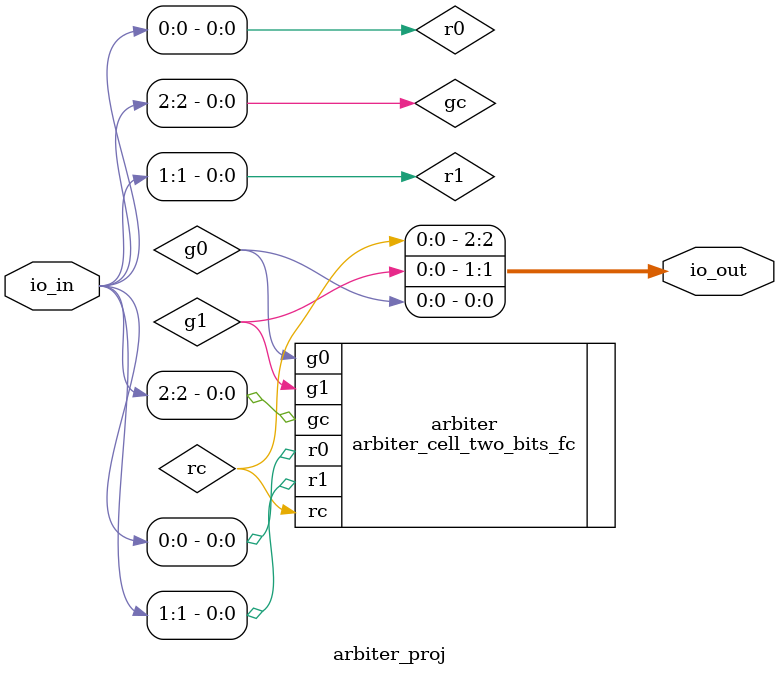
<source format=v>
`default_nettype none
/*
 *-------------------------------------------------------------
 *
 * arbiter_proj
 *
 *-------------------------------------------------------------
 */

module arbiter_proj #(
    parameter BITS = 3
)(
`ifdef USE_POWER_PINS
    inout vccd1,	// User area 1 1.8V supply
    inout vssd1,	// User area 1 digital ground
`endif

    // IOs
    input  wire [BITS-1:0] io_in,
    output wire [BITS-1:0] io_out
);

    wire r0, r1, gc;
    wire g0, g1, rc;

    assign gc = io_in[2];
    assign r1 = io_in[1];
    assign r0 = io_in[0];

    assign io_out[2] = rc;
    assign io_out[1] = g1;
    assign io_out[0] = g0;

arbiter_cell_two_bits_fc arbiter (
`ifdef USE_POWER_PINS
    .VDD(vccd1),
    .GND(vssd1),
`endif
.g0(g0),
.g1(g1),
.rc(rc),
.r1(r1),
.r0(r0),
.gc(gc)
);
    
endmodule

`default_nettype wire

</source>
